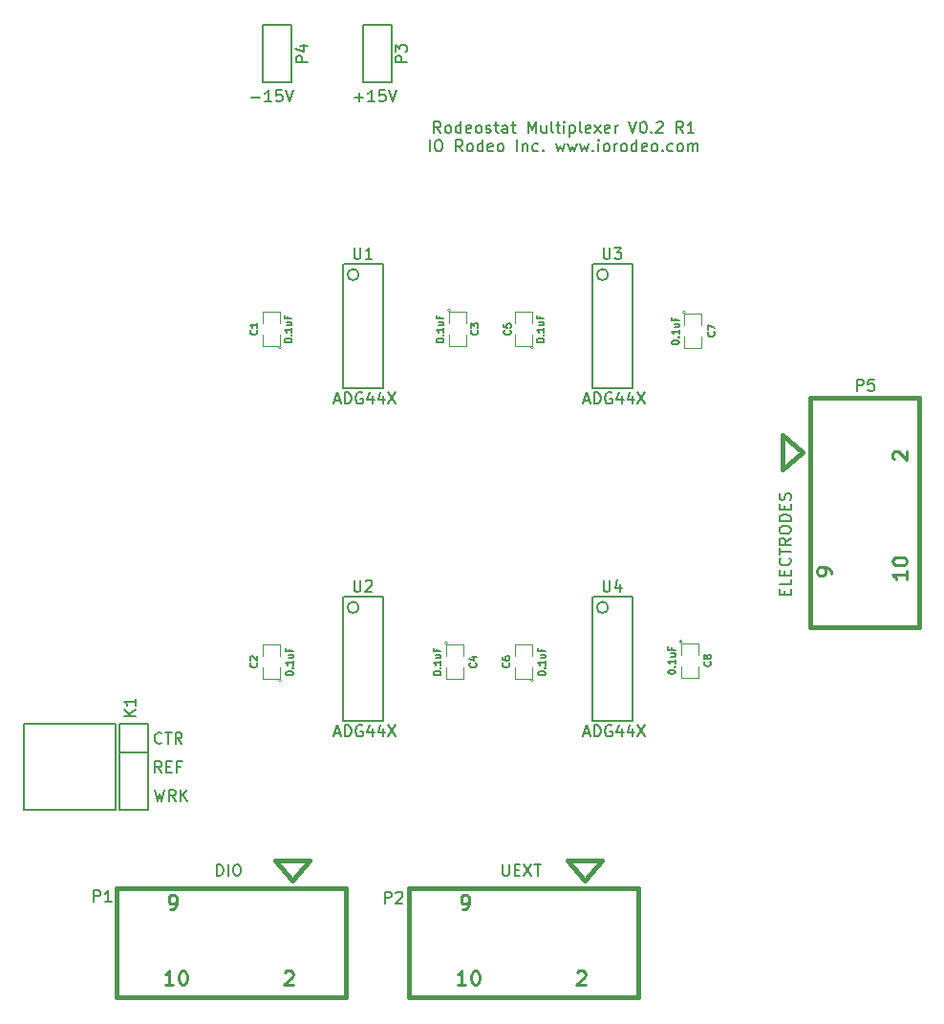
<source format=gto>
G04 (created by PCBNEW (2013-jul-07)-stable) date Tue 15 Jan 2019 06:57:42 PM PST*
%MOIN*%
G04 Gerber Fmt 3.4, Leading zero omitted, Abs format*
%FSLAX34Y34*%
G01*
G70*
G90*
G04 APERTURE LIST*
%ADD10C,0.00590551*%
%ADD11C,0.008*%
%ADD12C,0.00787402*%
%ADD13C,0.0039*%
%ADD14C,0.006*%
%ADD15C,0.015*%
%ADD16C,0.005*%
%ADD17C,0.01*%
G04 APERTURE END LIST*
G54D10*
G54D11*
X56702Y-50361D02*
X56702Y-50228D01*
X56911Y-50171D02*
X56911Y-50361D01*
X56511Y-50361D01*
X56511Y-50171D01*
X56911Y-49809D02*
X56911Y-49999D01*
X56511Y-49999D01*
X56702Y-49676D02*
X56702Y-49542D01*
X56911Y-49485D02*
X56911Y-49676D01*
X56511Y-49676D01*
X56511Y-49485D01*
X56873Y-49085D02*
X56892Y-49104D01*
X56911Y-49161D01*
X56911Y-49200D01*
X56892Y-49257D01*
X56854Y-49295D01*
X56816Y-49314D01*
X56740Y-49333D01*
X56683Y-49333D01*
X56607Y-49314D01*
X56569Y-49295D01*
X56530Y-49257D01*
X56511Y-49200D01*
X56511Y-49161D01*
X56530Y-49104D01*
X56550Y-49085D01*
X56511Y-48971D02*
X56511Y-48742D01*
X56911Y-48857D02*
X56511Y-48857D01*
X56911Y-48380D02*
X56721Y-48514D01*
X56911Y-48609D02*
X56511Y-48609D01*
X56511Y-48457D01*
X56530Y-48419D01*
X56550Y-48400D01*
X56588Y-48380D01*
X56645Y-48380D01*
X56683Y-48400D01*
X56702Y-48419D01*
X56721Y-48457D01*
X56721Y-48609D01*
X56511Y-48133D02*
X56511Y-48057D01*
X56530Y-48019D01*
X56569Y-47980D01*
X56645Y-47961D01*
X56778Y-47961D01*
X56854Y-47980D01*
X56892Y-48019D01*
X56911Y-48057D01*
X56911Y-48133D01*
X56892Y-48171D01*
X56854Y-48209D01*
X56778Y-48228D01*
X56645Y-48228D01*
X56569Y-48209D01*
X56530Y-48171D01*
X56511Y-48133D01*
X56911Y-47790D02*
X56511Y-47790D01*
X56511Y-47695D01*
X56530Y-47638D01*
X56569Y-47600D01*
X56607Y-47580D01*
X56683Y-47561D01*
X56740Y-47561D01*
X56816Y-47580D01*
X56854Y-47600D01*
X56892Y-47638D01*
X56911Y-47695D01*
X56911Y-47790D01*
X56702Y-47390D02*
X56702Y-47257D01*
X56911Y-47200D02*
X56911Y-47390D01*
X56511Y-47390D01*
X56511Y-47200D01*
X56892Y-47047D02*
X56911Y-46990D01*
X56911Y-46895D01*
X56892Y-46857D01*
X56873Y-46838D01*
X56835Y-46819D01*
X56797Y-46819D01*
X56759Y-46838D01*
X56740Y-46857D01*
X56721Y-46895D01*
X56702Y-46971D01*
X56683Y-47009D01*
X56664Y-47028D01*
X56626Y-47047D01*
X56588Y-47047D01*
X56550Y-47028D01*
X56530Y-47009D01*
X56511Y-46971D01*
X56511Y-46876D01*
X56530Y-46819D01*
X44704Y-34261D02*
X44571Y-34071D01*
X44476Y-34261D02*
X44476Y-33861D01*
X44628Y-33861D01*
X44666Y-33880D01*
X44685Y-33900D01*
X44704Y-33938D01*
X44704Y-33995D01*
X44685Y-34033D01*
X44666Y-34052D01*
X44628Y-34071D01*
X44476Y-34071D01*
X44933Y-34261D02*
X44895Y-34242D01*
X44876Y-34223D01*
X44857Y-34185D01*
X44857Y-34071D01*
X44876Y-34033D01*
X44895Y-34014D01*
X44933Y-33995D01*
X44990Y-33995D01*
X45028Y-34014D01*
X45047Y-34033D01*
X45066Y-34071D01*
X45066Y-34185D01*
X45047Y-34223D01*
X45028Y-34242D01*
X44990Y-34261D01*
X44933Y-34261D01*
X45409Y-34261D02*
X45409Y-33861D01*
X45409Y-34242D02*
X45371Y-34261D01*
X45295Y-34261D01*
X45257Y-34242D01*
X45238Y-34223D01*
X45219Y-34185D01*
X45219Y-34071D01*
X45238Y-34033D01*
X45257Y-34014D01*
X45295Y-33995D01*
X45371Y-33995D01*
X45409Y-34014D01*
X45752Y-34242D02*
X45714Y-34261D01*
X45638Y-34261D01*
X45600Y-34242D01*
X45580Y-34204D01*
X45580Y-34052D01*
X45600Y-34014D01*
X45638Y-33995D01*
X45714Y-33995D01*
X45752Y-34014D01*
X45771Y-34052D01*
X45771Y-34090D01*
X45580Y-34128D01*
X46000Y-34261D02*
X45961Y-34242D01*
X45942Y-34223D01*
X45923Y-34185D01*
X45923Y-34071D01*
X45942Y-34033D01*
X45961Y-34014D01*
X46000Y-33995D01*
X46057Y-33995D01*
X46095Y-34014D01*
X46114Y-34033D01*
X46133Y-34071D01*
X46133Y-34185D01*
X46114Y-34223D01*
X46095Y-34242D01*
X46057Y-34261D01*
X46000Y-34261D01*
X46285Y-34242D02*
X46323Y-34261D01*
X46400Y-34261D01*
X46438Y-34242D01*
X46457Y-34204D01*
X46457Y-34185D01*
X46438Y-34147D01*
X46400Y-34128D01*
X46342Y-34128D01*
X46304Y-34109D01*
X46285Y-34071D01*
X46285Y-34052D01*
X46304Y-34014D01*
X46342Y-33995D01*
X46400Y-33995D01*
X46438Y-34014D01*
X46571Y-33995D02*
X46723Y-33995D01*
X46628Y-33861D02*
X46628Y-34204D01*
X46647Y-34242D01*
X46685Y-34261D01*
X46723Y-34261D01*
X47028Y-34261D02*
X47028Y-34052D01*
X47009Y-34014D01*
X46971Y-33995D01*
X46895Y-33995D01*
X46857Y-34014D01*
X47028Y-34242D02*
X46990Y-34261D01*
X46895Y-34261D01*
X46857Y-34242D01*
X46838Y-34204D01*
X46838Y-34166D01*
X46857Y-34128D01*
X46895Y-34109D01*
X46990Y-34109D01*
X47028Y-34090D01*
X47161Y-33995D02*
X47314Y-33995D01*
X47219Y-33861D02*
X47219Y-34204D01*
X47238Y-34242D01*
X47276Y-34261D01*
X47314Y-34261D01*
X47752Y-34261D02*
X47752Y-33861D01*
X47885Y-34147D01*
X48019Y-33861D01*
X48019Y-34261D01*
X48380Y-33995D02*
X48380Y-34261D01*
X48209Y-33995D02*
X48209Y-34204D01*
X48228Y-34242D01*
X48266Y-34261D01*
X48323Y-34261D01*
X48361Y-34242D01*
X48380Y-34223D01*
X48628Y-34261D02*
X48590Y-34242D01*
X48571Y-34204D01*
X48571Y-33861D01*
X48723Y-33995D02*
X48876Y-33995D01*
X48780Y-33861D02*
X48780Y-34204D01*
X48800Y-34242D01*
X48838Y-34261D01*
X48876Y-34261D01*
X49009Y-34261D02*
X49009Y-33995D01*
X49009Y-33861D02*
X48990Y-33880D01*
X49009Y-33900D01*
X49028Y-33880D01*
X49009Y-33861D01*
X49009Y-33900D01*
X49200Y-33995D02*
X49200Y-34395D01*
X49200Y-34014D02*
X49238Y-33995D01*
X49314Y-33995D01*
X49352Y-34014D01*
X49371Y-34033D01*
X49390Y-34071D01*
X49390Y-34185D01*
X49371Y-34223D01*
X49352Y-34242D01*
X49314Y-34261D01*
X49238Y-34261D01*
X49200Y-34242D01*
X49619Y-34261D02*
X49580Y-34242D01*
X49561Y-34204D01*
X49561Y-33861D01*
X49923Y-34242D02*
X49885Y-34261D01*
X49809Y-34261D01*
X49771Y-34242D01*
X49752Y-34204D01*
X49752Y-34052D01*
X49771Y-34014D01*
X49809Y-33995D01*
X49885Y-33995D01*
X49923Y-34014D01*
X49942Y-34052D01*
X49942Y-34090D01*
X49752Y-34128D01*
X50076Y-34261D02*
X50285Y-33995D01*
X50076Y-33995D02*
X50285Y-34261D01*
X50590Y-34242D02*
X50552Y-34261D01*
X50476Y-34261D01*
X50438Y-34242D01*
X50419Y-34204D01*
X50419Y-34052D01*
X50438Y-34014D01*
X50476Y-33995D01*
X50552Y-33995D01*
X50590Y-34014D01*
X50609Y-34052D01*
X50609Y-34090D01*
X50419Y-34128D01*
X50780Y-34261D02*
X50780Y-33995D01*
X50780Y-34071D02*
X50799Y-34033D01*
X50819Y-34014D01*
X50857Y-33995D01*
X50895Y-33995D01*
X51276Y-33861D02*
X51409Y-34261D01*
X51542Y-33861D01*
X51752Y-33861D02*
X51790Y-33861D01*
X51828Y-33880D01*
X51847Y-33900D01*
X51866Y-33938D01*
X51885Y-34014D01*
X51885Y-34109D01*
X51866Y-34185D01*
X51847Y-34223D01*
X51828Y-34242D01*
X51790Y-34261D01*
X51752Y-34261D01*
X51714Y-34242D01*
X51695Y-34223D01*
X51676Y-34185D01*
X51657Y-34109D01*
X51657Y-34014D01*
X51676Y-33938D01*
X51695Y-33900D01*
X51714Y-33880D01*
X51752Y-33861D01*
X52057Y-34223D02*
X52076Y-34242D01*
X52057Y-34261D01*
X52038Y-34242D01*
X52057Y-34223D01*
X52057Y-34261D01*
X52228Y-33900D02*
X52247Y-33880D01*
X52285Y-33861D01*
X52380Y-33861D01*
X52419Y-33880D01*
X52438Y-33900D01*
X52457Y-33938D01*
X52457Y-33976D01*
X52438Y-34033D01*
X52209Y-34261D01*
X52457Y-34261D01*
X53161Y-34261D02*
X53028Y-34071D01*
X52933Y-34261D02*
X52933Y-33861D01*
X53085Y-33861D01*
X53123Y-33880D01*
X53142Y-33900D01*
X53161Y-33938D01*
X53161Y-33995D01*
X53142Y-34033D01*
X53123Y-34052D01*
X53085Y-34071D01*
X52933Y-34071D01*
X53542Y-34261D02*
X53314Y-34261D01*
X53428Y-34261D02*
X53428Y-33861D01*
X53390Y-33919D01*
X53352Y-33957D01*
X53314Y-33976D01*
X44323Y-34901D02*
X44323Y-34501D01*
X44590Y-34501D02*
X44666Y-34501D01*
X44704Y-34520D01*
X44742Y-34559D01*
X44761Y-34635D01*
X44761Y-34768D01*
X44742Y-34844D01*
X44704Y-34882D01*
X44666Y-34901D01*
X44590Y-34901D01*
X44552Y-34882D01*
X44514Y-34844D01*
X44495Y-34768D01*
X44495Y-34635D01*
X44514Y-34559D01*
X44552Y-34520D01*
X44590Y-34501D01*
X45466Y-34901D02*
X45333Y-34711D01*
X45238Y-34901D02*
X45238Y-34501D01*
X45390Y-34501D01*
X45428Y-34520D01*
X45447Y-34540D01*
X45466Y-34578D01*
X45466Y-34635D01*
X45447Y-34673D01*
X45428Y-34692D01*
X45390Y-34711D01*
X45238Y-34711D01*
X45695Y-34901D02*
X45657Y-34882D01*
X45638Y-34863D01*
X45619Y-34825D01*
X45619Y-34711D01*
X45638Y-34673D01*
X45657Y-34654D01*
X45695Y-34635D01*
X45752Y-34635D01*
X45790Y-34654D01*
X45809Y-34673D01*
X45828Y-34711D01*
X45828Y-34825D01*
X45809Y-34863D01*
X45790Y-34882D01*
X45752Y-34901D01*
X45695Y-34901D01*
X46171Y-34901D02*
X46171Y-34501D01*
X46171Y-34882D02*
X46133Y-34901D01*
X46057Y-34901D01*
X46019Y-34882D01*
X46000Y-34863D01*
X45980Y-34825D01*
X45980Y-34711D01*
X46000Y-34673D01*
X46019Y-34654D01*
X46057Y-34635D01*
X46133Y-34635D01*
X46171Y-34654D01*
X46514Y-34882D02*
X46476Y-34901D01*
X46400Y-34901D01*
X46361Y-34882D01*
X46342Y-34844D01*
X46342Y-34692D01*
X46361Y-34654D01*
X46400Y-34635D01*
X46476Y-34635D01*
X46514Y-34654D01*
X46533Y-34692D01*
X46533Y-34730D01*
X46342Y-34768D01*
X46761Y-34901D02*
X46723Y-34882D01*
X46704Y-34863D01*
X46685Y-34825D01*
X46685Y-34711D01*
X46704Y-34673D01*
X46723Y-34654D01*
X46761Y-34635D01*
X46819Y-34635D01*
X46857Y-34654D01*
X46876Y-34673D01*
X46895Y-34711D01*
X46895Y-34825D01*
X46876Y-34863D01*
X46857Y-34882D01*
X46819Y-34901D01*
X46761Y-34901D01*
X47371Y-34901D02*
X47371Y-34501D01*
X47561Y-34635D02*
X47561Y-34901D01*
X47561Y-34673D02*
X47580Y-34654D01*
X47619Y-34635D01*
X47676Y-34635D01*
X47714Y-34654D01*
X47733Y-34692D01*
X47733Y-34901D01*
X48095Y-34882D02*
X48057Y-34901D01*
X47980Y-34901D01*
X47942Y-34882D01*
X47923Y-34863D01*
X47904Y-34825D01*
X47904Y-34711D01*
X47923Y-34673D01*
X47942Y-34654D01*
X47980Y-34635D01*
X48057Y-34635D01*
X48095Y-34654D01*
X48266Y-34863D02*
X48285Y-34882D01*
X48266Y-34901D01*
X48247Y-34882D01*
X48266Y-34863D01*
X48266Y-34901D01*
X48723Y-34635D02*
X48800Y-34901D01*
X48876Y-34711D01*
X48952Y-34901D01*
X49028Y-34635D01*
X49142Y-34635D02*
X49219Y-34901D01*
X49295Y-34711D01*
X49371Y-34901D01*
X49447Y-34635D01*
X49561Y-34635D02*
X49638Y-34901D01*
X49714Y-34711D01*
X49790Y-34901D01*
X49866Y-34635D01*
X50019Y-34863D02*
X50038Y-34882D01*
X50019Y-34901D01*
X50000Y-34882D01*
X50019Y-34863D01*
X50019Y-34901D01*
X50209Y-34901D02*
X50209Y-34635D01*
X50209Y-34501D02*
X50190Y-34520D01*
X50209Y-34540D01*
X50228Y-34520D01*
X50209Y-34501D01*
X50209Y-34540D01*
X50457Y-34901D02*
X50419Y-34882D01*
X50400Y-34863D01*
X50380Y-34825D01*
X50380Y-34711D01*
X50400Y-34673D01*
X50419Y-34654D01*
X50457Y-34635D01*
X50514Y-34635D01*
X50552Y-34654D01*
X50571Y-34673D01*
X50590Y-34711D01*
X50590Y-34825D01*
X50571Y-34863D01*
X50552Y-34882D01*
X50514Y-34901D01*
X50457Y-34901D01*
X50761Y-34901D02*
X50761Y-34635D01*
X50761Y-34711D02*
X50780Y-34673D01*
X50800Y-34654D01*
X50838Y-34635D01*
X50876Y-34635D01*
X51066Y-34901D02*
X51028Y-34882D01*
X51009Y-34863D01*
X50990Y-34825D01*
X50990Y-34711D01*
X51009Y-34673D01*
X51028Y-34654D01*
X51066Y-34635D01*
X51123Y-34635D01*
X51161Y-34654D01*
X51180Y-34673D01*
X51200Y-34711D01*
X51200Y-34825D01*
X51180Y-34863D01*
X51161Y-34882D01*
X51123Y-34901D01*
X51066Y-34901D01*
X51542Y-34901D02*
X51542Y-34501D01*
X51542Y-34882D02*
X51504Y-34901D01*
X51428Y-34901D01*
X51390Y-34882D01*
X51371Y-34863D01*
X51352Y-34825D01*
X51352Y-34711D01*
X51371Y-34673D01*
X51390Y-34654D01*
X51428Y-34635D01*
X51504Y-34635D01*
X51542Y-34654D01*
X51885Y-34882D02*
X51847Y-34901D01*
X51771Y-34901D01*
X51733Y-34882D01*
X51714Y-34844D01*
X51714Y-34692D01*
X51733Y-34654D01*
X51771Y-34635D01*
X51847Y-34635D01*
X51885Y-34654D01*
X51904Y-34692D01*
X51904Y-34730D01*
X51714Y-34768D01*
X52133Y-34901D02*
X52095Y-34882D01*
X52076Y-34863D01*
X52057Y-34825D01*
X52057Y-34711D01*
X52076Y-34673D01*
X52095Y-34654D01*
X52133Y-34635D01*
X52190Y-34635D01*
X52228Y-34654D01*
X52247Y-34673D01*
X52266Y-34711D01*
X52266Y-34825D01*
X52247Y-34863D01*
X52228Y-34882D01*
X52190Y-34901D01*
X52133Y-34901D01*
X52438Y-34863D02*
X52457Y-34882D01*
X52438Y-34901D01*
X52419Y-34882D01*
X52438Y-34863D01*
X52438Y-34901D01*
X52800Y-34882D02*
X52761Y-34901D01*
X52685Y-34901D01*
X52647Y-34882D01*
X52628Y-34863D01*
X52609Y-34825D01*
X52609Y-34711D01*
X52628Y-34673D01*
X52647Y-34654D01*
X52685Y-34635D01*
X52761Y-34635D01*
X52800Y-34654D01*
X53028Y-34901D02*
X52990Y-34882D01*
X52971Y-34863D01*
X52952Y-34825D01*
X52952Y-34711D01*
X52971Y-34673D01*
X52990Y-34654D01*
X53028Y-34635D01*
X53085Y-34635D01*
X53123Y-34654D01*
X53142Y-34673D01*
X53161Y-34711D01*
X53161Y-34825D01*
X53142Y-34863D01*
X53123Y-34882D01*
X53085Y-34901D01*
X53028Y-34901D01*
X53333Y-34901D02*
X53333Y-34635D01*
X53333Y-34673D02*
X53352Y-34654D01*
X53390Y-34635D01*
X53447Y-34635D01*
X53485Y-34654D01*
X53504Y-34692D01*
X53504Y-34901D01*
X53504Y-34692D02*
X53523Y-34654D01*
X53561Y-34635D01*
X53619Y-34635D01*
X53657Y-34654D01*
X53676Y-34692D01*
X53676Y-34901D01*
X46861Y-59761D02*
X46861Y-60085D01*
X46880Y-60123D01*
X46900Y-60142D01*
X46938Y-60161D01*
X47014Y-60161D01*
X47052Y-60142D01*
X47071Y-60123D01*
X47090Y-60085D01*
X47090Y-59761D01*
X47280Y-59952D02*
X47414Y-59952D01*
X47471Y-60161D02*
X47280Y-60161D01*
X47280Y-59761D01*
X47471Y-59761D01*
X47604Y-59761D02*
X47871Y-60161D01*
X47871Y-59761D02*
X47604Y-60161D01*
X47966Y-59761D02*
X48195Y-59761D01*
X48080Y-60161D02*
X48080Y-59761D01*
X36890Y-60161D02*
X36890Y-59761D01*
X36985Y-59761D01*
X37042Y-59780D01*
X37080Y-59819D01*
X37100Y-59857D01*
X37119Y-59933D01*
X37119Y-59990D01*
X37100Y-60066D01*
X37080Y-60104D01*
X37042Y-60142D01*
X36985Y-60161D01*
X36890Y-60161D01*
X37290Y-60161D02*
X37290Y-59761D01*
X37557Y-59761D02*
X37633Y-59761D01*
X37671Y-59780D01*
X37709Y-59819D01*
X37728Y-59895D01*
X37728Y-60028D01*
X37709Y-60104D01*
X37671Y-60142D01*
X37633Y-60161D01*
X37557Y-60161D01*
X37519Y-60142D01*
X37480Y-60104D01*
X37461Y-60028D01*
X37461Y-59895D01*
X37480Y-59819D01*
X37519Y-59780D01*
X37557Y-59761D01*
X34728Y-57161D02*
X34823Y-57561D01*
X34900Y-57276D01*
X34976Y-57561D01*
X35071Y-57161D01*
X35452Y-57561D02*
X35319Y-57371D01*
X35223Y-57561D02*
X35223Y-57161D01*
X35376Y-57161D01*
X35414Y-57180D01*
X35433Y-57200D01*
X35452Y-57238D01*
X35452Y-57295D01*
X35433Y-57333D01*
X35414Y-57352D01*
X35376Y-57371D01*
X35223Y-57371D01*
X35623Y-57561D02*
X35623Y-57161D01*
X35852Y-57561D02*
X35680Y-57333D01*
X35852Y-57161D02*
X35623Y-57390D01*
X34971Y-56561D02*
X34838Y-56371D01*
X34742Y-56561D02*
X34742Y-56161D01*
X34895Y-56161D01*
X34933Y-56180D01*
X34952Y-56200D01*
X34971Y-56238D01*
X34971Y-56295D01*
X34952Y-56333D01*
X34933Y-56352D01*
X34895Y-56371D01*
X34742Y-56371D01*
X35142Y-56352D02*
X35276Y-56352D01*
X35333Y-56561D02*
X35142Y-56561D01*
X35142Y-56161D01*
X35333Y-56161D01*
X35638Y-56352D02*
X35504Y-56352D01*
X35504Y-56561D02*
X35504Y-56161D01*
X35695Y-56161D01*
X34971Y-55523D02*
X34952Y-55542D01*
X34895Y-55561D01*
X34857Y-55561D01*
X34800Y-55542D01*
X34761Y-55504D01*
X34742Y-55466D01*
X34723Y-55390D01*
X34723Y-55333D01*
X34742Y-55257D01*
X34761Y-55219D01*
X34800Y-55180D01*
X34857Y-55161D01*
X34895Y-55161D01*
X34952Y-55180D01*
X34971Y-55200D01*
X35085Y-55161D02*
X35314Y-55161D01*
X35200Y-55561D02*
X35200Y-55161D01*
X35676Y-55561D02*
X35542Y-55371D01*
X35447Y-55561D02*
X35447Y-55161D01*
X35600Y-55161D01*
X35638Y-55180D01*
X35657Y-55200D01*
X35676Y-55238D01*
X35676Y-55295D01*
X35657Y-55333D01*
X35638Y-55352D01*
X35600Y-55371D01*
X35447Y-55371D01*
X41695Y-33009D02*
X42000Y-33009D01*
X41847Y-33161D02*
X41847Y-32857D01*
X42400Y-33161D02*
X42171Y-33161D01*
X42285Y-33161D02*
X42285Y-32761D01*
X42247Y-32819D01*
X42209Y-32857D01*
X42171Y-32876D01*
X42761Y-32761D02*
X42571Y-32761D01*
X42552Y-32952D01*
X42571Y-32933D01*
X42609Y-32914D01*
X42704Y-32914D01*
X42742Y-32933D01*
X42761Y-32952D01*
X42780Y-32990D01*
X42780Y-33085D01*
X42761Y-33123D01*
X42742Y-33142D01*
X42704Y-33161D01*
X42609Y-33161D01*
X42571Y-33142D01*
X42552Y-33123D01*
X42895Y-32761D02*
X43028Y-33161D01*
X43161Y-32761D01*
X38095Y-33009D02*
X38400Y-33009D01*
X38800Y-33161D02*
X38571Y-33161D01*
X38685Y-33161D02*
X38685Y-32761D01*
X38647Y-32819D01*
X38609Y-32857D01*
X38571Y-32876D01*
X39161Y-32761D02*
X38971Y-32761D01*
X38952Y-32952D01*
X38971Y-32933D01*
X39009Y-32914D01*
X39104Y-32914D01*
X39142Y-32933D01*
X39161Y-32952D01*
X39180Y-32990D01*
X39180Y-33085D01*
X39161Y-33123D01*
X39142Y-33142D01*
X39104Y-33161D01*
X39009Y-33161D01*
X38971Y-33142D01*
X38952Y-33123D01*
X39295Y-32761D02*
X39428Y-33161D01*
X39561Y-32761D01*
G54D12*
X30150Y-54850D02*
X33350Y-54850D01*
X30150Y-57850D02*
X30150Y-54850D01*
X33350Y-57850D02*
X30150Y-57850D01*
X33350Y-56350D02*
X33350Y-57850D01*
X33350Y-56350D02*
X33350Y-54850D01*
G54D13*
X53129Y-52000D02*
G75*
G03X53129Y-52000I-50J0D01*
G74*
G01*
X53079Y-52450D02*
X53079Y-52050D01*
X53079Y-52050D02*
X53679Y-52050D01*
X53679Y-52050D02*
X53679Y-52450D01*
X53679Y-52850D02*
X53679Y-53250D01*
X53679Y-53250D02*
X53079Y-53250D01*
X53079Y-53250D02*
X53079Y-52850D01*
X47950Y-53350D02*
G75*
G03X47950Y-53350I-50J0D01*
G74*
G01*
X47900Y-52900D02*
X47900Y-53300D01*
X47900Y-53300D02*
X47300Y-53300D01*
X47300Y-53300D02*
X47300Y-52900D01*
X47300Y-52500D02*
X47300Y-52100D01*
X47300Y-52100D02*
X47900Y-52100D01*
X47900Y-52100D02*
X47900Y-52500D01*
X53259Y-40509D02*
G75*
G03X53259Y-40509I-50J0D01*
G74*
G01*
X53209Y-40959D02*
X53209Y-40559D01*
X53209Y-40559D02*
X53809Y-40559D01*
X53809Y-40559D02*
X53809Y-40959D01*
X53809Y-41359D02*
X53809Y-41759D01*
X53809Y-41759D02*
X53209Y-41759D01*
X53209Y-41759D02*
X53209Y-41359D01*
X47950Y-41750D02*
G75*
G03X47950Y-41750I-50J0D01*
G74*
G01*
X47900Y-41300D02*
X47900Y-41700D01*
X47900Y-41700D02*
X47300Y-41700D01*
X47300Y-41700D02*
X47300Y-41300D01*
X47300Y-40900D02*
X47300Y-40500D01*
X47300Y-40500D02*
X47900Y-40500D01*
X47900Y-40500D02*
X47900Y-40900D01*
X44950Y-52050D02*
G75*
G03X44950Y-52050I-50J0D01*
G74*
G01*
X44900Y-52500D02*
X44900Y-52100D01*
X44900Y-52100D02*
X45500Y-52100D01*
X45500Y-52100D02*
X45500Y-52500D01*
X45500Y-52900D02*
X45500Y-53300D01*
X45500Y-53300D02*
X44900Y-53300D01*
X44900Y-53300D02*
X44900Y-52900D01*
X39150Y-53350D02*
G75*
G03X39150Y-53350I-50J0D01*
G74*
G01*
X39100Y-52900D02*
X39100Y-53300D01*
X39100Y-53300D02*
X38500Y-53300D01*
X38500Y-53300D02*
X38500Y-52900D01*
X38500Y-52500D02*
X38500Y-52100D01*
X38500Y-52100D02*
X39100Y-52100D01*
X39100Y-52100D02*
X39100Y-52500D01*
X45050Y-40450D02*
G75*
G03X45050Y-40450I-50J0D01*
G74*
G01*
X45000Y-40900D02*
X45000Y-40500D01*
X45000Y-40500D02*
X45600Y-40500D01*
X45600Y-40500D02*
X45600Y-40900D01*
X45600Y-41300D02*
X45600Y-41700D01*
X45600Y-41700D02*
X45000Y-41700D01*
X45000Y-41700D02*
X45000Y-41300D01*
X39150Y-41750D02*
G75*
G03X39150Y-41750I-50J0D01*
G74*
G01*
X39100Y-41300D02*
X39100Y-41700D01*
X39100Y-41700D02*
X38500Y-41700D01*
X38500Y-41700D02*
X38500Y-41300D01*
X38500Y-40900D02*
X38500Y-40500D01*
X38500Y-40500D02*
X39100Y-40500D01*
X39100Y-40500D02*
X39100Y-40900D01*
G54D14*
X33480Y-54850D02*
X34480Y-54850D01*
X34480Y-54850D02*
X34480Y-57850D01*
X34480Y-57850D02*
X33480Y-57850D01*
X33480Y-57850D02*
X33480Y-54850D01*
X34480Y-55850D02*
X33480Y-55850D01*
X38500Y-30500D02*
X39500Y-30500D01*
X39500Y-30500D02*
X39500Y-32500D01*
X39500Y-32500D02*
X38500Y-32500D01*
X38500Y-32500D02*
X38500Y-30500D01*
X42000Y-30500D02*
X43000Y-30500D01*
X43000Y-30500D02*
X43000Y-32500D01*
X43000Y-32500D02*
X42000Y-32500D01*
X42000Y-32500D02*
X42000Y-30500D01*
G54D15*
X41400Y-64400D02*
X33400Y-64400D01*
X33400Y-64400D02*
X33400Y-60600D01*
X33400Y-60600D02*
X41400Y-60600D01*
X41400Y-60600D02*
X41400Y-64400D01*
X40117Y-59626D02*
X38935Y-59626D01*
X39512Y-60339D02*
X40112Y-59639D01*
X38912Y-59640D02*
X39512Y-60340D01*
X51600Y-64400D02*
X43600Y-64400D01*
X43600Y-64400D02*
X43600Y-60600D01*
X43600Y-60600D02*
X51600Y-60600D01*
X51600Y-60600D02*
X51600Y-64400D01*
X50317Y-59626D02*
X49135Y-59626D01*
X49712Y-60339D02*
X50312Y-59639D01*
X49112Y-59640D02*
X49712Y-60340D01*
G54D10*
X50000Y-50435D02*
X50000Y-54770D01*
X51400Y-50435D02*
X51400Y-54770D01*
G54D12*
X50542Y-50801D02*
G75*
G03X50542Y-50801I-196J0D01*
G74*
G01*
X51388Y-50434D02*
X50011Y-50434D01*
X50011Y-54765D02*
X51388Y-54765D01*
G54D10*
X50000Y-38835D02*
X50000Y-43170D01*
X51400Y-38835D02*
X51400Y-43170D01*
G54D12*
X50542Y-39201D02*
G75*
G03X50542Y-39201I-196J0D01*
G74*
G01*
X51388Y-38834D02*
X50011Y-38834D01*
X50011Y-43165D02*
X51388Y-43165D01*
G54D10*
X41300Y-50435D02*
X41300Y-54770D01*
X42700Y-50435D02*
X42700Y-54770D01*
G54D12*
X41842Y-50801D02*
G75*
G03X41842Y-50801I-196J0D01*
G74*
G01*
X42688Y-50434D02*
X41311Y-50434D01*
X41311Y-54765D02*
X42688Y-54765D01*
G54D10*
X41300Y-38835D02*
X41300Y-43170D01*
X42700Y-38835D02*
X42700Y-43170D01*
G54D12*
X41842Y-39201D02*
G75*
G03X41842Y-39201I-196J0D01*
G74*
G01*
X42688Y-38834D02*
X41311Y-38834D01*
X41311Y-43165D02*
X42688Y-43165D01*
G54D15*
X61400Y-43500D02*
X61400Y-51500D01*
X61400Y-51500D02*
X57600Y-51500D01*
X57600Y-51500D02*
X57600Y-43500D01*
X57600Y-43500D02*
X61400Y-43500D01*
X56626Y-44783D02*
X56626Y-45965D01*
X57339Y-45388D02*
X56639Y-44788D01*
X56640Y-45988D02*
X57340Y-45388D01*
G54D16*
X54107Y-52691D02*
X54119Y-52703D01*
X54131Y-52739D01*
X54131Y-52763D01*
X54119Y-52798D01*
X54095Y-52822D01*
X54071Y-52834D01*
X54023Y-52846D01*
X53988Y-52846D01*
X53940Y-52834D01*
X53916Y-52822D01*
X53893Y-52798D01*
X53881Y-52763D01*
X53881Y-52739D01*
X53893Y-52703D01*
X53904Y-52691D01*
X53988Y-52548D02*
X53976Y-52572D01*
X53964Y-52584D01*
X53940Y-52596D01*
X53928Y-52596D01*
X53904Y-52584D01*
X53893Y-52572D01*
X53881Y-52548D01*
X53881Y-52501D01*
X53893Y-52477D01*
X53904Y-52465D01*
X53928Y-52453D01*
X53940Y-52453D01*
X53964Y-52465D01*
X53976Y-52477D01*
X53988Y-52501D01*
X53988Y-52548D01*
X54000Y-52572D01*
X54012Y-52584D01*
X54035Y-52596D01*
X54083Y-52596D01*
X54107Y-52584D01*
X54119Y-52572D01*
X54131Y-52548D01*
X54131Y-52501D01*
X54119Y-52477D01*
X54107Y-52465D01*
X54083Y-52453D01*
X54035Y-52453D01*
X54012Y-52465D01*
X54000Y-52477D01*
X53988Y-52501D01*
X52631Y-53060D02*
X52631Y-53036D01*
X52643Y-53013D01*
X52654Y-53001D01*
X52678Y-52989D01*
X52726Y-52977D01*
X52785Y-52977D01*
X52833Y-52989D01*
X52857Y-53001D01*
X52869Y-53013D01*
X52881Y-53036D01*
X52881Y-53060D01*
X52869Y-53084D01*
X52857Y-53096D01*
X52833Y-53108D01*
X52785Y-53120D01*
X52726Y-53120D01*
X52678Y-53108D01*
X52654Y-53096D01*
X52643Y-53084D01*
X52631Y-53060D01*
X52857Y-52870D02*
X52869Y-52858D01*
X52881Y-52870D01*
X52869Y-52882D01*
X52857Y-52870D01*
X52881Y-52870D01*
X52881Y-52620D02*
X52881Y-52763D01*
X52881Y-52691D02*
X52631Y-52691D01*
X52666Y-52715D01*
X52690Y-52739D01*
X52702Y-52763D01*
X52714Y-52405D02*
X52881Y-52405D01*
X52714Y-52513D02*
X52845Y-52513D01*
X52869Y-52501D01*
X52881Y-52477D01*
X52881Y-52441D01*
X52869Y-52417D01*
X52857Y-52405D01*
X52750Y-52203D02*
X52750Y-52286D01*
X52881Y-52286D02*
X52631Y-52286D01*
X52631Y-52167D01*
X47077Y-52741D02*
X47089Y-52753D01*
X47101Y-52789D01*
X47101Y-52813D01*
X47089Y-52848D01*
X47065Y-52872D01*
X47041Y-52884D01*
X46994Y-52896D01*
X46958Y-52896D01*
X46910Y-52884D01*
X46886Y-52872D01*
X46863Y-52848D01*
X46851Y-52813D01*
X46851Y-52789D01*
X46863Y-52753D01*
X46875Y-52741D01*
X46851Y-52527D02*
X46851Y-52575D01*
X46863Y-52598D01*
X46875Y-52610D01*
X46910Y-52634D01*
X46958Y-52646D01*
X47053Y-52646D01*
X47077Y-52634D01*
X47089Y-52622D01*
X47101Y-52598D01*
X47101Y-52551D01*
X47089Y-52527D01*
X47077Y-52515D01*
X47053Y-52503D01*
X46994Y-52503D01*
X46970Y-52515D01*
X46958Y-52527D01*
X46946Y-52551D01*
X46946Y-52598D01*
X46958Y-52622D01*
X46970Y-52634D01*
X46994Y-52646D01*
X48101Y-53110D02*
X48101Y-53086D01*
X48113Y-53063D01*
X48125Y-53051D01*
X48148Y-53039D01*
X48196Y-53027D01*
X48255Y-53027D01*
X48303Y-53039D01*
X48327Y-53051D01*
X48339Y-53063D01*
X48351Y-53086D01*
X48351Y-53110D01*
X48339Y-53134D01*
X48327Y-53146D01*
X48303Y-53158D01*
X48255Y-53170D01*
X48196Y-53170D01*
X48148Y-53158D01*
X48125Y-53146D01*
X48113Y-53134D01*
X48101Y-53110D01*
X48327Y-52920D02*
X48339Y-52908D01*
X48351Y-52920D01*
X48339Y-52932D01*
X48327Y-52920D01*
X48351Y-52920D01*
X48351Y-52670D02*
X48351Y-52813D01*
X48351Y-52741D02*
X48101Y-52741D01*
X48136Y-52765D01*
X48160Y-52789D01*
X48172Y-52813D01*
X48184Y-52455D02*
X48351Y-52455D01*
X48184Y-52563D02*
X48315Y-52563D01*
X48339Y-52551D01*
X48351Y-52527D01*
X48351Y-52491D01*
X48339Y-52467D01*
X48327Y-52455D01*
X48220Y-52253D02*
X48220Y-52336D01*
X48351Y-52336D02*
X48101Y-52336D01*
X48101Y-52217D01*
X54237Y-41201D02*
X54249Y-41213D01*
X54261Y-41249D01*
X54261Y-41272D01*
X54249Y-41308D01*
X54225Y-41332D01*
X54201Y-41344D01*
X54153Y-41356D01*
X54118Y-41356D01*
X54070Y-41344D01*
X54046Y-41332D01*
X54022Y-41308D01*
X54011Y-41272D01*
X54011Y-41249D01*
X54022Y-41213D01*
X54034Y-41201D01*
X54011Y-41118D02*
X54011Y-40951D01*
X54261Y-41058D01*
X52761Y-41570D02*
X52761Y-41546D01*
X52772Y-41522D01*
X52784Y-41511D01*
X52808Y-41499D01*
X52856Y-41487D01*
X52915Y-41487D01*
X52963Y-41499D01*
X52987Y-41511D01*
X52999Y-41522D01*
X53011Y-41546D01*
X53011Y-41570D01*
X52999Y-41594D01*
X52987Y-41606D01*
X52963Y-41618D01*
X52915Y-41630D01*
X52856Y-41630D01*
X52808Y-41618D01*
X52784Y-41606D01*
X52772Y-41594D01*
X52761Y-41570D01*
X52987Y-41380D02*
X52999Y-41368D01*
X53011Y-41380D01*
X52999Y-41391D01*
X52987Y-41380D01*
X53011Y-41380D01*
X53011Y-41130D02*
X53011Y-41272D01*
X53011Y-41201D02*
X52761Y-41201D01*
X52796Y-41225D01*
X52820Y-41249D01*
X52832Y-41272D01*
X52844Y-40915D02*
X53011Y-40915D01*
X52844Y-41022D02*
X52975Y-41022D01*
X52999Y-41011D01*
X53011Y-40987D01*
X53011Y-40951D01*
X52999Y-40927D01*
X52987Y-40915D01*
X52880Y-40713D02*
X52880Y-40796D01*
X53011Y-40796D02*
X52761Y-40796D01*
X52761Y-40677D01*
X47127Y-41141D02*
X47139Y-41153D01*
X47151Y-41189D01*
X47151Y-41213D01*
X47139Y-41248D01*
X47115Y-41272D01*
X47091Y-41284D01*
X47044Y-41296D01*
X47008Y-41296D01*
X46960Y-41284D01*
X46936Y-41272D01*
X46913Y-41248D01*
X46901Y-41213D01*
X46901Y-41189D01*
X46913Y-41153D01*
X46925Y-41141D01*
X46901Y-40915D02*
X46901Y-41034D01*
X47020Y-41046D01*
X47008Y-41034D01*
X46996Y-41010D01*
X46996Y-40951D01*
X47008Y-40927D01*
X47020Y-40915D01*
X47044Y-40903D01*
X47103Y-40903D01*
X47127Y-40915D01*
X47139Y-40927D01*
X47151Y-40951D01*
X47151Y-41010D01*
X47139Y-41034D01*
X47127Y-41046D01*
X48051Y-41510D02*
X48051Y-41486D01*
X48063Y-41463D01*
X48075Y-41451D01*
X48098Y-41439D01*
X48146Y-41427D01*
X48205Y-41427D01*
X48253Y-41439D01*
X48277Y-41451D01*
X48289Y-41463D01*
X48301Y-41486D01*
X48301Y-41510D01*
X48289Y-41534D01*
X48277Y-41546D01*
X48253Y-41558D01*
X48205Y-41570D01*
X48146Y-41570D01*
X48098Y-41558D01*
X48075Y-41546D01*
X48063Y-41534D01*
X48051Y-41510D01*
X48277Y-41320D02*
X48289Y-41308D01*
X48301Y-41320D01*
X48289Y-41332D01*
X48277Y-41320D01*
X48301Y-41320D01*
X48301Y-41070D02*
X48301Y-41213D01*
X48301Y-41141D02*
X48051Y-41141D01*
X48086Y-41165D01*
X48110Y-41189D01*
X48122Y-41213D01*
X48134Y-40855D02*
X48301Y-40855D01*
X48134Y-40963D02*
X48265Y-40963D01*
X48289Y-40951D01*
X48301Y-40927D01*
X48301Y-40891D01*
X48289Y-40867D01*
X48277Y-40855D01*
X48170Y-40653D02*
X48170Y-40736D01*
X48301Y-40736D02*
X48051Y-40736D01*
X48051Y-40617D01*
X45927Y-52741D02*
X45939Y-52753D01*
X45951Y-52789D01*
X45951Y-52813D01*
X45939Y-52848D01*
X45915Y-52872D01*
X45891Y-52884D01*
X45844Y-52896D01*
X45808Y-52896D01*
X45760Y-52884D01*
X45736Y-52872D01*
X45713Y-52848D01*
X45701Y-52813D01*
X45701Y-52789D01*
X45713Y-52753D01*
X45725Y-52741D01*
X45784Y-52527D02*
X45951Y-52527D01*
X45689Y-52586D02*
X45867Y-52646D01*
X45867Y-52491D01*
X44451Y-53110D02*
X44451Y-53086D01*
X44463Y-53063D01*
X44475Y-53051D01*
X44498Y-53039D01*
X44546Y-53027D01*
X44605Y-53027D01*
X44653Y-53039D01*
X44677Y-53051D01*
X44689Y-53063D01*
X44701Y-53086D01*
X44701Y-53110D01*
X44689Y-53134D01*
X44677Y-53146D01*
X44653Y-53158D01*
X44605Y-53170D01*
X44546Y-53170D01*
X44498Y-53158D01*
X44475Y-53146D01*
X44463Y-53134D01*
X44451Y-53110D01*
X44677Y-52920D02*
X44689Y-52908D01*
X44701Y-52920D01*
X44689Y-52932D01*
X44677Y-52920D01*
X44701Y-52920D01*
X44701Y-52670D02*
X44701Y-52813D01*
X44701Y-52741D02*
X44451Y-52741D01*
X44486Y-52765D01*
X44510Y-52789D01*
X44522Y-52813D01*
X44534Y-52455D02*
X44701Y-52455D01*
X44534Y-52563D02*
X44665Y-52563D01*
X44689Y-52551D01*
X44701Y-52527D01*
X44701Y-52491D01*
X44689Y-52467D01*
X44677Y-52455D01*
X44570Y-52253D02*
X44570Y-52336D01*
X44701Y-52336D02*
X44451Y-52336D01*
X44451Y-52217D01*
X38277Y-52741D02*
X38289Y-52753D01*
X38301Y-52789D01*
X38301Y-52813D01*
X38289Y-52848D01*
X38265Y-52872D01*
X38241Y-52884D01*
X38194Y-52896D01*
X38158Y-52896D01*
X38110Y-52884D01*
X38086Y-52872D01*
X38063Y-52848D01*
X38051Y-52813D01*
X38051Y-52789D01*
X38063Y-52753D01*
X38075Y-52741D01*
X38075Y-52646D02*
X38063Y-52634D01*
X38051Y-52610D01*
X38051Y-52551D01*
X38063Y-52527D01*
X38075Y-52515D01*
X38098Y-52503D01*
X38122Y-52503D01*
X38158Y-52515D01*
X38301Y-52658D01*
X38301Y-52503D01*
X39301Y-53110D02*
X39301Y-53086D01*
X39313Y-53063D01*
X39325Y-53051D01*
X39348Y-53039D01*
X39396Y-53027D01*
X39455Y-53027D01*
X39503Y-53039D01*
X39527Y-53051D01*
X39539Y-53063D01*
X39551Y-53086D01*
X39551Y-53110D01*
X39539Y-53134D01*
X39527Y-53146D01*
X39503Y-53158D01*
X39455Y-53170D01*
X39396Y-53170D01*
X39348Y-53158D01*
X39325Y-53146D01*
X39313Y-53134D01*
X39301Y-53110D01*
X39527Y-52920D02*
X39539Y-52908D01*
X39551Y-52920D01*
X39539Y-52932D01*
X39527Y-52920D01*
X39551Y-52920D01*
X39551Y-52670D02*
X39551Y-52813D01*
X39551Y-52741D02*
X39301Y-52741D01*
X39336Y-52765D01*
X39360Y-52789D01*
X39372Y-52813D01*
X39384Y-52455D02*
X39551Y-52455D01*
X39384Y-52563D02*
X39515Y-52563D01*
X39539Y-52551D01*
X39551Y-52527D01*
X39551Y-52491D01*
X39539Y-52467D01*
X39527Y-52455D01*
X39420Y-52253D02*
X39420Y-52336D01*
X39551Y-52336D02*
X39301Y-52336D01*
X39301Y-52217D01*
X45977Y-41141D02*
X45989Y-41153D01*
X46001Y-41189D01*
X46001Y-41213D01*
X45989Y-41248D01*
X45965Y-41272D01*
X45941Y-41284D01*
X45894Y-41296D01*
X45858Y-41296D01*
X45810Y-41284D01*
X45786Y-41272D01*
X45763Y-41248D01*
X45751Y-41213D01*
X45751Y-41189D01*
X45763Y-41153D01*
X45775Y-41141D01*
X45751Y-41058D02*
X45751Y-40903D01*
X45846Y-40986D01*
X45846Y-40951D01*
X45858Y-40927D01*
X45870Y-40915D01*
X45894Y-40903D01*
X45953Y-40903D01*
X45977Y-40915D01*
X45989Y-40927D01*
X46001Y-40951D01*
X46001Y-41022D01*
X45989Y-41046D01*
X45977Y-41058D01*
X44551Y-41510D02*
X44551Y-41486D01*
X44563Y-41463D01*
X44575Y-41451D01*
X44598Y-41439D01*
X44646Y-41427D01*
X44705Y-41427D01*
X44753Y-41439D01*
X44777Y-41451D01*
X44789Y-41463D01*
X44801Y-41486D01*
X44801Y-41510D01*
X44789Y-41534D01*
X44777Y-41546D01*
X44753Y-41558D01*
X44705Y-41570D01*
X44646Y-41570D01*
X44598Y-41558D01*
X44575Y-41546D01*
X44563Y-41534D01*
X44551Y-41510D01*
X44777Y-41320D02*
X44789Y-41308D01*
X44801Y-41320D01*
X44789Y-41332D01*
X44777Y-41320D01*
X44801Y-41320D01*
X44801Y-41070D02*
X44801Y-41213D01*
X44801Y-41141D02*
X44551Y-41141D01*
X44586Y-41165D01*
X44610Y-41189D01*
X44622Y-41213D01*
X44634Y-40855D02*
X44801Y-40855D01*
X44634Y-40963D02*
X44765Y-40963D01*
X44789Y-40951D01*
X44801Y-40927D01*
X44801Y-40891D01*
X44789Y-40867D01*
X44777Y-40855D01*
X44670Y-40653D02*
X44670Y-40736D01*
X44801Y-40736D02*
X44551Y-40736D01*
X44551Y-40617D01*
X38277Y-41141D02*
X38289Y-41153D01*
X38301Y-41189D01*
X38301Y-41213D01*
X38289Y-41248D01*
X38265Y-41272D01*
X38241Y-41284D01*
X38194Y-41296D01*
X38158Y-41296D01*
X38110Y-41284D01*
X38086Y-41272D01*
X38063Y-41248D01*
X38051Y-41213D01*
X38051Y-41189D01*
X38063Y-41153D01*
X38075Y-41141D01*
X38301Y-40903D02*
X38301Y-41046D01*
X38301Y-40975D02*
X38051Y-40975D01*
X38086Y-40998D01*
X38110Y-41022D01*
X38122Y-41046D01*
X39251Y-41510D02*
X39251Y-41486D01*
X39263Y-41463D01*
X39275Y-41451D01*
X39298Y-41439D01*
X39346Y-41427D01*
X39405Y-41427D01*
X39453Y-41439D01*
X39477Y-41451D01*
X39489Y-41463D01*
X39501Y-41486D01*
X39501Y-41510D01*
X39489Y-41534D01*
X39477Y-41546D01*
X39453Y-41558D01*
X39405Y-41570D01*
X39346Y-41570D01*
X39298Y-41558D01*
X39275Y-41546D01*
X39263Y-41534D01*
X39251Y-41510D01*
X39477Y-41320D02*
X39489Y-41308D01*
X39501Y-41320D01*
X39489Y-41332D01*
X39477Y-41320D01*
X39501Y-41320D01*
X39501Y-41070D02*
X39501Y-41213D01*
X39501Y-41141D02*
X39251Y-41141D01*
X39286Y-41165D01*
X39310Y-41189D01*
X39322Y-41213D01*
X39334Y-40855D02*
X39501Y-40855D01*
X39334Y-40963D02*
X39465Y-40963D01*
X39489Y-40951D01*
X39501Y-40927D01*
X39501Y-40891D01*
X39489Y-40867D01*
X39477Y-40855D01*
X39370Y-40653D02*
X39370Y-40736D01*
X39501Y-40736D02*
X39251Y-40736D01*
X39251Y-40617D01*
G54D11*
X34061Y-54595D02*
X33661Y-54595D01*
X34061Y-54366D02*
X33833Y-54538D01*
X33661Y-54366D02*
X33890Y-54595D01*
X34061Y-53985D02*
X34061Y-54214D01*
X34061Y-54099D02*
X33661Y-54099D01*
X33719Y-54138D01*
X33757Y-54176D01*
X33776Y-54214D01*
X40061Y-31795D02*
X39661Y-31795D01*
X39661Y-31642D01*
X39680Y-31604D01*
X39700Y-31585D01*
X39738Y-31566D01*
X39795Y-31566D01*
X39833Y-31585D01*
X39852Y-31604D01*
X39871Y-31642D01*
X39871Y-31795D01*
X39795Y-31223D02*
X40061Y-31223D01*
X39642Y-31319D02*
X39928Y-31414D01*
X39928Y-31166D01*
X43511Y-31795D02*
X43111Y-31795D01*
X43111Y-31642D01*
X43130Y-31604D01*
X43150Y-31585D01*
X43188Y-31566D01*
X43245Y-31566D01*
X43283Y-31585D01*
X43302Y-31604D01*
X43321Y-31642D01*
X43321Y-31795D01*
X43111Y-31433D02*
X43111Y-31185D01*
X43264Y-31319D01*
X43264Y-31261D01*
X43283Y-31223D01*
X43302Y-31204D01*
X43340Y-31185D01*
X43435Y-31185D01*
X43473Y-31204D01*
X43492Y-31223D01*
X43511Y-31261D01*
X43511Y-31376D01*
X43492Y-31414D01*
X43473Y-31433D01*
X32604Y-61061D02*
X32604Y-60661D01*
X32757Y-60661D01*
X32795Y-60680D01*
X32814Y-60700D01*
X32833Y-60738D01*
X32833Y-60795D01*
X32814Y-60833D01*
X32795Y-60852D01*
X32757Y-60871D01*
X32604Y-60871D01*
X33214Y-61061D02*
X32985Y-61061D01*
X33100Y-61061D02*
X33100Y-60661D01*
X33061Y-60719D01*
X33023Y-60757D01*
X32985Y-60776D01*
G54D17*
X35375Y-63962D02*
X35090Y-63962D01*
X35232Y-63962D02*
X35232Y-63462D01*
X35185Y-63533D01*
X35137Y-63581D01*
X35090Y-63605D01*
X35685Y-63462D02*
X35732Y-63462D01*
X35780Y-63486D01*
X35804Y-63510D01*
X35828Y-63557D01*
X35851Y-63652D01*
X35851Y-63771D01*
X35828Y-63867D01*
X35804Y-63914D01*
X35780Y-63938D01*
X35732Y-63962D01*
X35685Y-63962D01*
X35637Y-63938D01*
X35613Y-63914D01*
X35590Y-63867D01*
X35566Y-63771D01*
X35566Y-63652D01*
X35590Y-63557D01*
X35613Y-63510D01*
X35637Y-63486D01*
X35685Y-63462D01*
X35257Y-61324D02*
X35353Y-61324D01*
X35400Y-61300D01*
X35424Y-61276D01*
X35472Y-61205D01*
X35495Y-61110D01*
X35495Y-60919D01*
X35472Y-60872D01*
X35448Y-60848D01*
X35400Y-60824D01*
X35305Y-60824D01*
X35257Y-60848D01*
X35233Y-60872D01*
X35210Y-60919D01*
X35210Y-61038D01*
X35233Y-61086D01*
X35257Y-61110D01*
X35305Y-61133D01*
X35400Y-61133D01*
X35448Y-61110D01*
X35472Y-61086D01*
X35495Y-61038D01*
X39265Y-63510D02*
X39288Y-63486D01*
X39336Y-63462D01*
X39455Y-63462D01*
X39503Y-63486D01*
X39527Y-63510D01*
X39550Y-63557D01*
X39550Y-63605D01*
X39527Y-63676D01*
X39241Y-63962D01*
X39550Y-63962D01*
G54D11*
X42754Y-61111D02*
X42754Y-60711D01*
X42907Y-60711D01*
X42945Y-60730D01*
X42964Y-60750D01*
X42983Y-60788D01*
X42983Y-60845D01*
X42964Y-60883D01*
X42945Y-60902D01*
X42907Y-60921D01*
X42754Y-60921D01*
X43135Y-60750D02*
X43154Y-60730D01*
X43192Y-60711D01*
X43288Y-60711D01*
X43326Y-60730D01*
X43345Y-60750D01*
X43364Y-60788D01*
X43364Y-60826D01*
X43345Y-60883D01*
X43116Y-61111D01*
X43364Y-61111D01*
G54D17*
X45575Y-63962D02*
X45290Y-63962D01*
X45432Y-63962D02*
X45432Y-63462D01*
X45385Y-63533D01*
X45337Y-63581D01*
X45290Y-63605D01*
X45885Y-63462D02*
X45932Y-63462D01*
X45980Y-63486D01*
X46004Y-63510D01*
X46028Y-63557D01*
X46051Y-63652D01*
X46051Y-63771D01*
X46028Y-63867D01*
X46004Y-63914D01*
X45980Y-63938D01*
X45932Y-63962D01*
X45885Y-63962D01*
X45837Y-63938D01*
X45813Y-63914D01*
X45790Y-63867D01*
X45766Y-63771D01*
X45766Y-63652D01*
X45790Y-63557D01*
X45813Y-63510D01*
X45837Y-63486D01*
X45885Y-63462D01*
X45457Y-61324D02*
X45553Y-61324D01*
X45600Y-61300D01*
X45624Y-61276D01*
X45672Y-61205D01*
X45695Y-61110D01*
X45695Y-60919D01*
X45672Y-60872D01*
X45648Y-60848D01*
X45600Y-60824D01*
X45505Y-60824D01*
X45457Y-60848D01*
X45433Y-60872D01*
X45410Y-60919D01*
X45410Y-61038D01*
X45433Y-61086D01*
X45457Y-61110D01*
X45505Y-61133D01*
X45600Y-61133D01*
X45648Y-61110D01*
X45672Y-61086D01*
X45695Y-61038D01*
X49465Y-63510D02*
X49488Y-63486D01*
X49536Y-63462D01*
X49655Y-63462D01*
X49703Y-63486D01*
X49727Y-63510D01*
X49750Y-63557D01*
X49750Y-63605D01*
X49727Y-63676D01*
X49441Y-63962D01*
X49750Y-63962D01*
G54D11*
X50380Y-49856D02*
X50380Y-50180D01*
X50399Y-50218D01*
X50418Y-50237D01*
X50456Y-50256D01*
X50532Y-50256D01*
X50570Y-50237D01*
X50589Y-50218D01*
X50608Y-50180D01*
X50608Y-49856D01*
X50970Y-49990D02*
X50970Y-50256D01*
X50875Y-49837D02*
X50780Y-50123D01*
X51027Y-50123D01*
X49688Y-55192D02*
X49878Y-55192D01*
X49650Y-55306D02*
X49783Y-54906D01*
X49916Y-55306D01*
X50050Y-55306D02*
X50050Y-54906D01*
X50145Y-54906D01*
X50202Y-54925D01*
X50240Y-54964D01*
X50259Y-55002D01*
X50278Y-55078D01*
X50278Y-55135D01*
X50259Y-55211D01*
X50240Y-55249D01*
X50202Y-55287D01*
X50145Y-55306D01*
X50050Y-55306D01*
X50659Y-54925D02*
X50621Y-54906D01*
X50564Y-54906D01*
X50507Y-54925D01*
X50469Y-54964D01*
X50450Y-55002D01*
X50431Y-55078D01*
X50431Y-55135D01*
X50450Y-55211D01*
X50469Y-55249D01*
X50507Y-55287D01*
X50564Y-55306D01*
X50602Y-55306D01*
X50659Y-55287D01*
X50678Y-55268D01*
X50678Y-55135D01*
X50602Y-55135D01*
X51021Y-55040D02*
X51021Y-55306D01*
X50926Y-54887D02*
X50831Y-55173D01*
X51078Y-55173D01*
X51402Y-55040D02*
X51402Y-55306D01*
X51307Y-54887D02*
X51212Y-55173D01*
X51459Y-55173D01*
X51574Y-54906D02*
X51840Y-55306D01*
X51840Y-54906D02*
X51574Y-55306D01*
X50380Y-38256D02*
X50380Y-38580D01*
X50399Y-38618D01*
X50418Y-38637D01*
X50456Y-38656D01*
X50532Y-38656D01*
X50570Y-38637D01*
X50589Y-38618D01*
X50608Y-38580D01*
X50608Y-38256D01*
X50761Y-38256D02*
X51008Y-38256D01*
X50875Y-38409D01*
X50932Y-38409D01*
X50970Y-38428D01*
X50989Y-38447D01*
X51008Y-38485D01*
X51008Y-38580D01*
X50989Y-38618D01*
X50970Y-38637D01*
X50932Y-38656D01*
X50818Y-38656D01*
X50780Y-38637D01*
X50761Y-38618D01*
X49688Y-43592D02*
X49878Y-43592D01*
X49650Y-43706D02*
X49783Y-43306D01*
X49916Y-43706D01*
X50050Y-43706D02*
X50050Y-43306D01*
X50145Y-43306D01*
X50202Y-43325D01*
X50240Y-43364D01*
X50259Y-43402D01*
X50278Y-43478D01*
X50278Y-43535D01*
X50259Y-43611D01*
X50240Y-43649D01*
X50202Y-43687D01*
X50145Y-43706D01*
X50050Y-43706D01*
X50659Y-43325D02*
X50621Y-43306D01*
X50564Y-43306D01*
X50507Y-43325D01*
X50469Y-43364D01*
X50450Y-43402D01*
X50431Y-43478D01*
X50431Y-43535D01*
X50450Y-43611D01*
X50469Y-43649D01*
X50507Y-43687D01*
X50564Y-43706D01*
X50602Y-43706D01*
X50659Y-43687D01*
X50678Y-43668D01*
X50678Y-43535D01*
X50602Y-43535D01*
X51021Y-43440D02*
X51021Y-43706D01*
X50926Y-43287D02*
X50831Y-43573D01*
X51078Y-43573D01*
X51402Y-43440D02*
X51402Y-43706D01*
X51307Y-43287D02*
X51212Y-43573D01*
X51459Y-43573D01*
X51574Y-43306D02*
X51840Y-43706D01*
X51840Y-43306D02*
X51574Y-43706D01*
X41680Y-49856D02*
X41680Y-50180D01*
X41699Y-50218D01*
X41718Y-50237D01*
X41756Y-50256D01*
X41832Y-50256D01*
X41870Y-50237D01*
X41889Y-50218D01*
X41908Y-50180D01*
X41908Y-49856D01*
X42080Y-49895D02*
X42099Y-49875D01*
X42137Y-49856D01*
X42232Y-49856D01*
X42270Y-49875D01*
X42289Y-49895D01*
X42308Y-49933D01*
X42308Y-49971D01*
X42289Y-50028D01*
X42061Y-50256D01*
X42308Y-50256D01*
X40988Y-55192D02*
X41178Y-55192D01*
X40950Y-55306D02*
X41083Y-54906D01*
X41216Y-55306D01*
X41350Y-55306D02*
X41350Y-54906D01*
X41445Y-54906D01*
X41502Y-54925D01*
X41540Y-54964D01*
X41559Y-55002D01*
X41578Y-55078D01*
X41578Y-55135D01*
X41559Y-55211D01*
X41540Y-55249D01*
X41502Y-55287D01*
X41445Y-55306D01*
X41350Y-55306D01*
X41959Y-54925D02*
X41921Y-54906D01*
X41864Y-54906D01*
X41807Y-54925D01*
X41769Y-54964D01*
X41750Y-55002D01*
X41731Y-55078D01*
X41731Y-55135D01*
X41750Y-55211D01*
X41769Y-55249D01*
X41807Y-55287D01*
X41864Y-55306D01*
X41902Y-55306D01*
X41959Y-55287D01*
X41978Y-55268D01*
X41978Y-55135D01*
X41902Y-55135D01*
X42321Y-55040D02*
X42321Y-55306D01*
X42226Y-54887D02*
X42131Y-55173D01*
X42378Y-55173D01*
X42702Y-55040D02*
X42702Y-55306D01*
X42607Y-54887D02*
X42512Y-55173D01*
X42759Y-55173D01*
X42874Y-54906D02*
X43140Y-55306D01*
X43140Y-54906D02*
X42874Y-55306D01*
X41680Y-38256D02*
X41680Y-38580D01*
X41699Y-38618D01*
X41718Y-38637D01*
X41756Y-38656D01*
X41832Y-38656D01*
X41870Y-38637D01*
X41889Y-38618D01*
X41908Y-38580D01*
X41908Y-38256D01*
X42308Y-38656D02*
X42080Y-38656D01*
X42194Y-38656D02*
X42194Y-38256D01*
X42156Y-38314D01*
X42118Y-38352D01*
X42080Y-38371D01*
X40988Y-43592D02*
X41178Y-43592D01*
X40950Y-43706D02*
X41083Y-43306D01*
X41216Y-43706D01*
X41350Y-43706D02*
X41350Y-43306D01*
X41445Y-43306D01*
X41502Y-43325D01*
X41540Y-43364D01*
X41559Y-43402D01*
X41578Y-43478D01*
X41578Y-43535D01*
X41559Y-43611D01*
X41540Y-43649D01*
X41502Y-43687D01*
X41445Y-43706D01*
X41350Y-43706D01*
X41959Y-43325D02*
X41921Y-43306D01*
X41864Y-43306D01*
X41807Y-43325D01*
X41769Y-43364D01*
X41750Y-43402D01*
X41731Y-43478D01*
X41731Y-43535D01*
X41750Y-43611D01*
X41769Y-43649D01*
X41807Y-43687D01*
X41864Y-43706D01*
X41902Y-43706D01*
X41959Y-43687D01*
X41978Y-43668D01*
X41978Y-43535D01*
X41902Y-43535D01*
X42321Y-43440D02*
X42321Y-43706D01*
X42226Y-43287D02*
X42131Y-43573D01*
X42378Y-43573D01*
X42702Y-43440D02*
X42702Y-43706D01*
X42607Y-43287D02*
X42512Y-43573D01*
X42759Y-43573D01*
X42874Y-43306D02*
X43140Y-43706D01*
X43140Y-43306D02*
X42874Y-43706D01*
X59224Y-43251D02*
X59224Y-42851D01*
X59377Y-42851D01*
X59415Y-42870D01*
X59434Y-42890D01*
X59453Y-42928D01*
X59453Y-42985D01*
X59434Y-43023D01*
X59415Y-43042D01*
X59377Y-43061D01*
X59224Y-43061D01*
X59815Y-42851D02*
X59624Y-42851D01*
X59605Y-43042D01*
X59624Y-43023D01*
X59662Y-43004D01*
X59758Y-43004D01*
X59796Y-43023D01*
X59815Y-43042D01*
X59834Y-43080D01*
X59834Y-43175D01*
X59815Y-43213D01*
X59796Y-43232D01*
X59758Y-43251D01*
X59662Y-43251D01*
X59624Y-43232D01*
X59605Y-43213D01*
G54D17*
X60962Y-49524D02*
X60962Y-49809D01*
X60962Y-49667D02*
X60462Y-49667D01*
X60533Y-49714D01*
X60581Y-49762D01*
X60605Y-49809D01*
X60462Y-49214D02*
X60462Y-49167D01*
X60486Y-49119D01*
X60510Y-49095D01*
X60557Y-49071D01*
X60652Y-49048D01*
X60771Y-49048D01*
X60867Y-49071D01*
X60914Y-49095D01*
X60938Y-49119D01*
X60962Y-49167D01*
X60962Y-49214D01*
X60938Y-49262D01*
X60914Y-49286D01*
X60867Y-49309D01*
X60771Y-49333D01*
X60652Y-49333D01*
X60557Y-49309D01*
X60510Y-49286D01*
X60486Y-49262D01*
X60462Y-49214D01*
X58324Y-49642D02*
X58324Y-49547D01*
X58300Y-49499D01*
X58276Y-49475D01*
X58205Y-49427D01*
X58110Y-49404D01*
X57919Y-49404D01*
X57872Y-49427D01*
X57848Y-49451D01*
X57824Y-49499D01*
X57824Y-49594D01*
X57848Y-49642D01*
X57872Y-49666D01*
X57919Y-49689D01*
X58038Y-49689D01*
X58086Y-49666D01*
X58110Y-49642D01*
X58133Y-49594D01*
X58133Y-49499D01*
X58110Y-49451D01*
X58086Y-49427D01*
X58038Y-49404D01*
X60510Y-45634D02*
X60486Y-45611D01*
X60462Y-45563D01*
X60462Y-45444D01*
X60486Y-45396D01*
X60510Y-45372D01*
X60557Y-45349D01*
X60605Y-45349D01*
X60676Y-45372D01*
X60962Y-45658D01*
X60962Y-45349D01*
M02*

</source>
